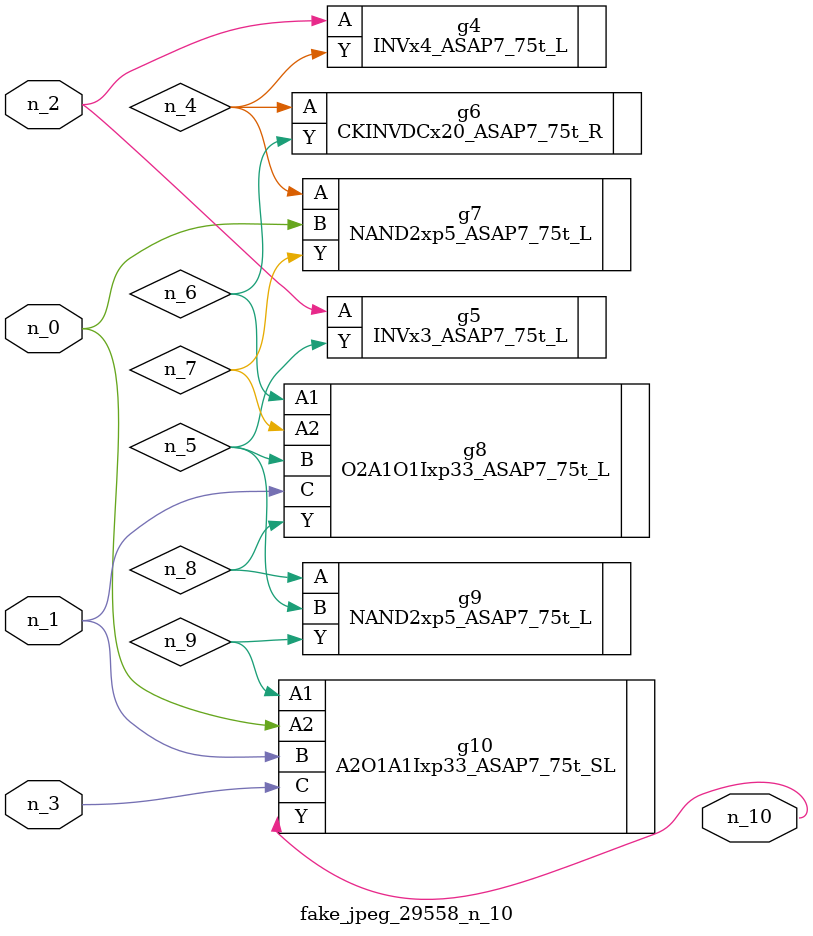
<source format=v>
module fake_jpeg_29558_n_10 (n_0, n_3, n_2, n_1, n_10);

input n_0;
input n_3;
input n_2;
input n_1;

output n_10;

wire n_4;
wire n_8;
wire n_9;
wire n_6;
wire n_5;
wire n_7;

INVx4_ASAP7_75t_L g4 ( 
.A(n_2),
.Y(n_4)
);

INVx3_ASAP7_75t_L g5 ( 
.A(n_2),
.Y(n_5)
);

CKINVDCx20_ASAP7_75t_R g6 ( 
.A(n_4),
.Y(n_6)
);

O2A1O1Ixp33_ASAP7_75t_L g8 ( 
.A1(n_6),
.A2(n_7),
.B(n_5),
.C(n_1),
.Y(n_8)
);

NAND2xp5_ASAP7_75t_L g7 ( 
.A(n_4),
.B(n_0),
.Y(n_7)
);

NAND2xp5_ASAP7_75t_L g9 ( 
.A(n_8),
.B(n_5),
.Y(n_9)
);

A2O1A1Ixp33_ASAP7_75t_SL g10 ( 
.A1(n_9),
.A2(n_0),
.B(n_1),
.C(n_3),
.Y(n_10)
);


endmodule
</source>
